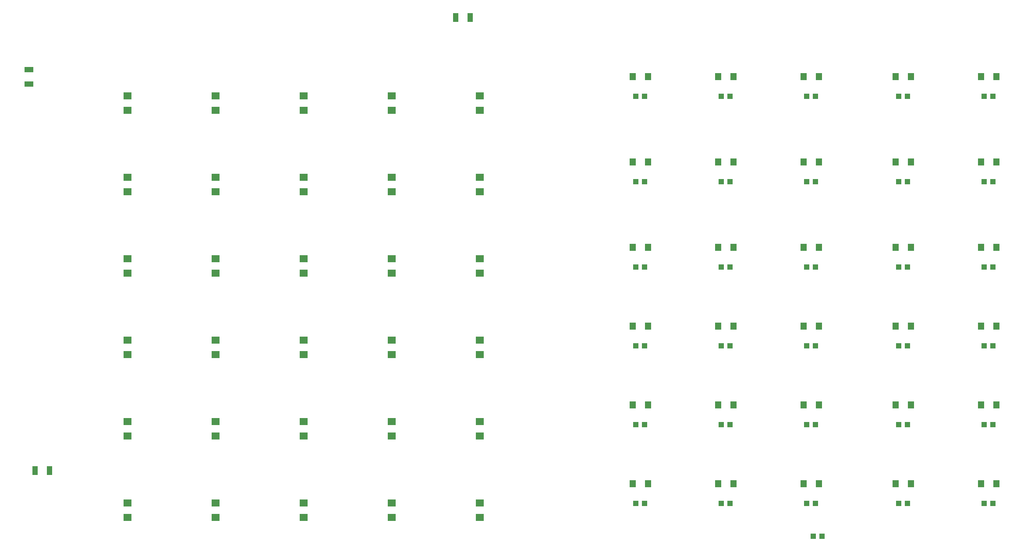
<source format=gtp>
G75*
G70*
%OFA0B0*%
%FSLAX24Y24*%
%IPPOS*%
%LPD*%
%AMOC8*
5,1,8,0,0,1.08239X$1,22.5*
%
%ADD10R,0.0630X0.0551*%
%ADD11R,0.0433X0.0394*%
%ADD12R,0.0472X0.0551*%
%ADD13R,0.0394X0.0709*%
%ADD14R,0.0709X0.0394*%
D10*
X015651Y009785D03*
X015651Y010887D03*
X022351Y010887D03*
X022351Y009785D03*
X029051Y009785D03*
X029051Y010887D03*
X035751Y010887D03*
X035751Y009785D03*
X042451Y009785D03*
X042451Y010887D03*
X042451Y015985D03*
X042451Y017087D03*
X035751Y017087D03*
X035751Y015985D03*
X029051Y015985D03*
X029051Y017087D03*
X022351Y017087D03*
X022351Y015985D03*
X015651Y015985D03*
X015651Y017087D03*
X015651Y022185D03*
X015651Y023287D03*
X022351Y023287D03*
X022351Y022185D03*
X029051Y022185D03*
X029051Y023287D03*
X035751Y023287D03*
X035751Y022185D03*
X042451Y022185D03*
X042451Y023287D03*
X042451Y028385D03*
X042451Y029487D03*
X035751Y029487D03*
X035751Y028385D03*
X029051Y028385D03*
X029051Y029487D03*
X022351Y029487D03*
X022351Y028385D03*
X015651Y028385D03*
X015651Y029487D03*
X015651Y034585D03*
X015651Y035687D03*
X022351Y035687D03*
X022351Y034585D03*
X029051Y034585D03*
X029051Y035687D03*
X035751Y035687D03*
X035751Y034585D03*
X042451Y034585D03*
X042451Y035687D03*
X042451Y040785D03*
X042451Y041887D03*
X035751Y041887D03*
X035751Y040785D03*
X029051Y040785D03*
X029051Y041887D03*
X022351Y041887D03*
X022351Y040785D03*
X015651Y040785D03*
X015651Y041887D03*
D11*
X054317Y041836D03*
X054986Y041836D03*
X060817Y041836D03*
X061486Y041836D03*
X067317Y041836D03*
X067986Y041836D03*
X074317Y041836D03*
X074986Y041836D03*
X080817Y041836D03*
X081486Y041836D03*
X081486Y035336D03*
X080817Y035336D03*
X074986Y035336D03*
X074317Y035336D03*
X067986Y035336D03*
X067317Y035336D03*
X061486Y035336D03*
X060817Y035336D03*
X054986Y035336D03*
X054317Y035336D03*
X054317Y028836D03*
X054986Y028836D03*
X060817Y028836D03*
X061486Y028836D03*
X067317Y028836D03*
X067986Y028836D03*
X074317Y028836D03*
X074986Y028836D03*
X080817Y028836D03*
X081486Y028836D03*
X081486Y022836D03*
X080817Y022836D03*
X074986Y022836D03*
X074317Y022836D03*
X067986Y022836D03*
X067317Y022836D03*
X061486Y022836D03*
X060817Y022836D03*
X054986Y022836D03*
X054317Y022836D03*
X054317Y016836D03*
X054986Y016836D03*
X060817Y016836D03*
X061486Y016836D03*
X067317Y016836D03*
X067986Y016836D03*
X074317Y016836D03*
X074986Y016836D03*
X080817Y016836D03*
X081486Y016836D03*
X081486Y010836D03*
X080817Y010836D03*
X074986Y010836D03*
X074317Y010836D03*
X068486Y008336D03*
X067817Y008336D03*
X067986Y010836D03*
X067317Y010836D03*
X061486Y010836D03*
X060817Y010836D03*
X054986Y010836D03*
X054317Y010836D03*
D12*
X054061Y012336D03*
X055242Y012336D03*
X060561Y012336D03*
X061742Y012336D03*
X067061Y012336D03*
X068242Y012336D03*
X074061Y012336D03*
X075242Y012336D03*
X080561Y012336D03*
X081742Y012336D03*
X081742Y018336D03*
X080561Y018336D03*
X075242Y018336D03*
X074061Y018336D03*
X068242Y018336D03*
X067061Y018336D03*
X061742Y018336D03*
X060561Y018336D03*
X055242Y018336D03*
X054061Y018336D03*
X054061Y024336D03*
X055242Y024336D03*
X060561Y024336D03*
X061742Y024336D03*
X067061Y024336D03*
X068242Y024336D03*
X074061Y024336D03*
X075242Y024336D03*
X080561Y024336D03*
X081742Y024336D03*
X081742Y030336D03*
X080561Y030336D03*
X075242Y030336D03*
X074061Y030336D03*
X068242Y030336D03*
X067061Y030336D03*
X061742Y030336D03*
X060561Y030336D03*
X055242Y030336D03*
X054061Y030336D03*
X054061Y036836D03*
X055242Y036836D03*
X060561Y036836D03*
X061742Y036836D03*
X067061Y036836D03*
X068242Y036836D03*
X074061Y036836D03*
X075242Y036836D03*
X080561Y036836D03*
X081742Y036836D03*
X081742Y043336D03*
X080561Y043336D03*
X075242Y043336D03*
X074061Y043336D03*
X068242Y043336D03*
X067061Y043336D03*
X061742Y043336D03*
X060561Y043336D03*
X055242Y043336D03*
X054061Y043336D03*
D13*
X041702Y047836D03*
X040600Y047836D03*
X009702Y013336D03*
X008600Y013336D03*
D14*
X008151Y042785D03*
X008151Y043887D03*
M02*

</source>
